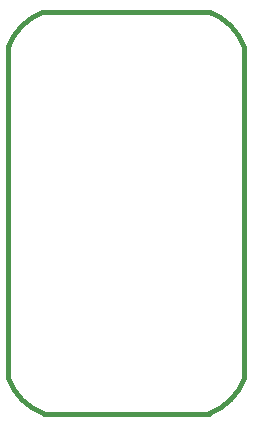
<source format=gko>
%FSLAX33Y33*%
%MOMM*%
%ADD10C,0.381*%
D10*
%LNpath-0*%
G01*
X3000Y0D02*
X17000Y0D01*
G75*
G03*
X17000Y0D02*
X20000Y3000I-1702J4702D01*
G01*
X20000Y3000D02*
X20000Y31000D01*
G75*
G03*
X20000Y31000D02*
X17000Y34000I-4702J-1702D01*
G01*
X17000Y34000D02*
X3000Y34000D01*
G75*
G03*
X3000Y34000D02*
X0Y31000I1702J-4702D01*
G01*
X0Y31000D02*
X0Y3000D01*
G75*
G03*
X0Y3000D02*
X3000Y0I4702J1702D01*
G01*
X3000Y0D02*
X3000Y0D01*
%LNmechanical details_traces*%
M02*
</source>
